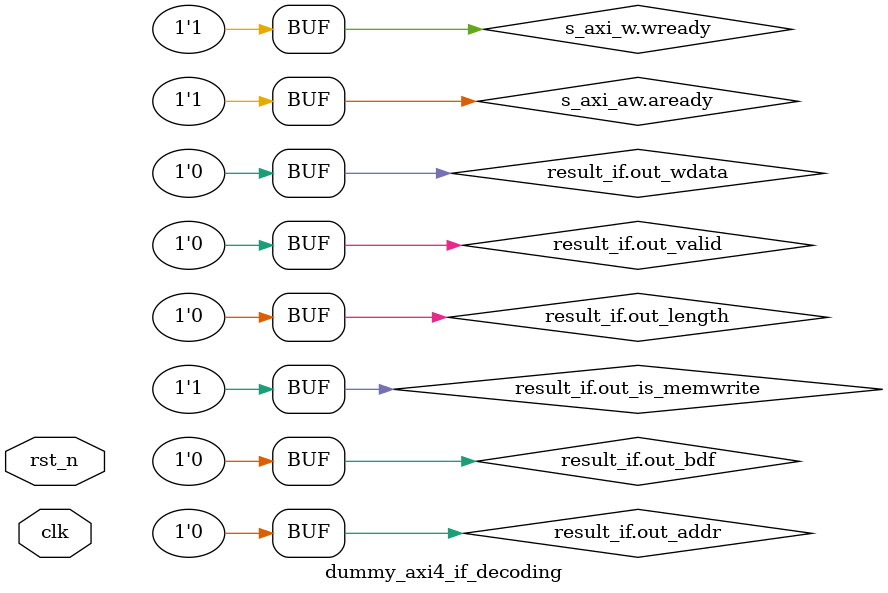
<source format=sv>
`timescale 1ns/1ps

module dummy_axi4_if_decoding #(
    parameter ID_WIDTH         = 4,
    parameter ADDR_WIDTH       = 32,
    parameter DATA_WIDTH       = 256,
    parameter CHUNK_MAX_BEATS  = 4
)(
    input  logic clk,
    input  logic rst_n,

    // AXI4 Write Address / Write Data 인터페이스 (slave로 연결됨)
    AXI4_A_IF.slave s_axi_aw,
    AXI4_W_IF.slave s_axi_w,

    // 디코딩 결과 (TLP-like output)
    decoding_result_if.dut_out result_if
);

    // 더미 동작: out_valid는 0으로 고정
    assign result_if.out_valid        = 1'b0;
    assign result_if.out_addr         = '0;
    assign result_if.out_length       = '0;
    assign result_if.out_bdf          = 16'h0200;
    assign result_if.out_is_memwrite  = 1'b1;
    assign result_if.out_wdata        = '0;

    // aready/wready 항상 수신 가능
    assign s_axi_aw.aready = 1'b1;
    assign s_axi_w.wready  = 1'b1;

endmodule
</source>
